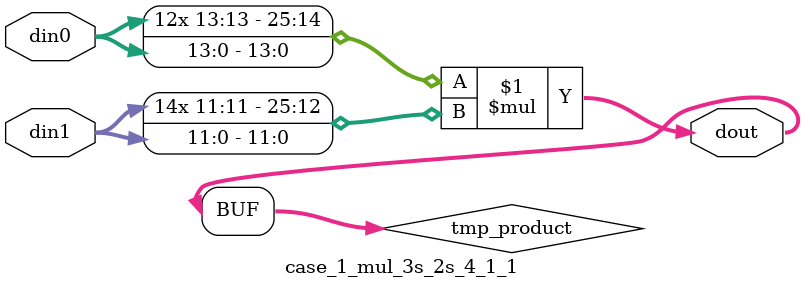
<source format=v>

`timescale 1 ns / 1 ps

 module case_1_mul_3s_2s_4_1_1(din0, din1, dout);
parameter ID = 1;
parameter NUM_STAGE = 0;
parameter din0_WIDTH = 14;
parameter din1_WIDTH = 12;
parameter dout_WIDTH = 26;

input [din0_WIDTH - 1 : 0] din0; 
input [din1_WIDTH - 1 : 0] din1; 
output [dout_WIDTH - 1 : 0] dout;

wire signed [dout_WIDTH - 1 : 0] tmp_product;



























assign tmp_product = $signed(din0) * $signed(din1);








assign dout = tmp_product;





















endmodule

</source>
